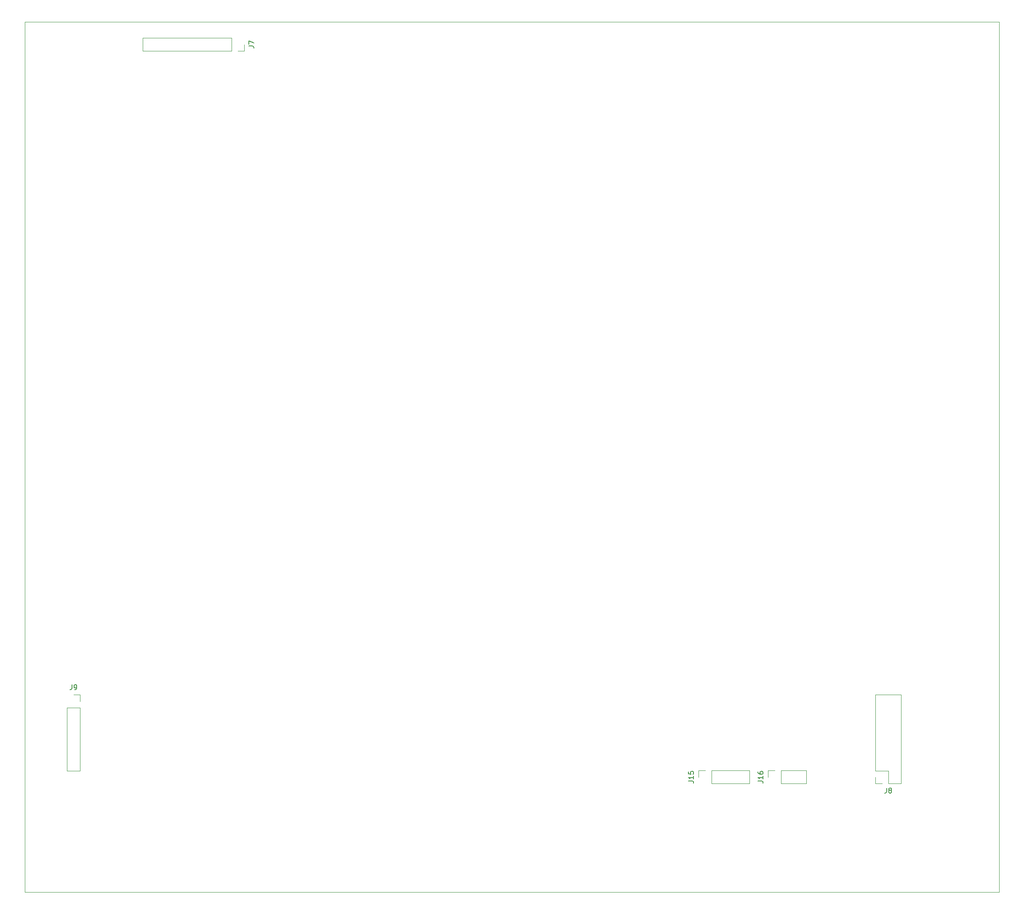
<source format=gbr>
%TF.GenerationSoftware,KiCad,Pcbnew,5.1.10-88a1d61d58~90~ubuntu20.04.1*%
%TF.CreationDate,2021-09-22T19:35:29-04:00*%
%TF.ProjectId,ysFFB,79734646-422e-46b6-9963-61645f706362,rev?*%
%TF.SameCoordinates,Original*%
%TF.FileFunction,Legend,Top*%
%TF.FilePolarity,Positive*%
%FSLAX46Y46*%
G04 Gerber Fmt 4.6, Leading zero omitted, Abs format (unit mm)*
G04 Created by KiCad (PCBNEW 5.1.10-88a1d61d58~90~ubuntu20.04.1) date 2021-09-22 19:35:29*
%MOMM*%
%LPD*%
G01*
G04 APERTURE LIST*
%TA.AperFunction,Profile*%
%ADD10C,0.100000*%
%TD*%
%ADD11C,0.120000*%
%ADD12C,0.150000*%
G04 APERTURE END LIST*
D10*
X-5200000Y-32000000D02*
X-5200000Y-207000000D01*
X-201200000Y-32000000D02*
X-5200000Y-32000000D01*
X-5200000Y-207000000D02*
X-201200000Y-207000000D01*
X-201200000Y-207000000D02*
X-201200000Y-32000000D01*
D11*
%TO.C,J16*%
X-49130000Y-185200000D02*
X-49130000Y-182540000D01*
X-49130000Y-185200000D02*
X-43990000Y-185200000D01*
X-43990000Y-185200000D02*
X-43990000Y-182540000D01*
X-49130000Y-182540000D02*
X-43990000Y-182540000D01*
X-51730000Y-182540000D02*
X-50400000Y-182540000D01*
X-51730000Y-183870000D02*
X-51730000Y-182540000D01*
%TO.C,J15*%
X-63100000Y-185200000D02*
X-63100000Y-182540000D01*
X-63100000Y-185200000D02*
X-55420000Y-185200000D01*
X-55420000Y-185200000D02*
X-55420000Y-182540000D01*
X-63100000Y-182540000D02*
X-55420000Y-182540000D01*
X-65700000Y-182540000D02*
X-64370000Y-182540000D01*
X-65700000Y-183870000D02*
X-65700000Y-182540000D01*
%TO.C,J7*%
X-159620000Y-35220000D02*
X-159620000Y-37880000D01*
X-159620000Y-35220000D02*
X-177460000Y-35220000D01*
X-177460000Y-35220000D02*
X-177460000Y-37880000D01*
X-159620000Y-37880000D02*
X-177460000Y-37880000D01*
X-157020000Y-37880000D02*
X-158350000Y-37880000D01*
X-157020000Y-36550000D02*
X-157020000Y-37880000D01*
%TO.C,J9*%
X-192700000Y-169900000D02*
X-190040000Y-169900000D01*
X-192700000Y-169900000D02*
X-192700000Y-182660000D01*
X-192700000Y-182660000D02*
X-190040000Y-182660000D01*
X-190040000Y-169900000D02*
X-190040000Y-182660000D01*
X-190040000Y-167300000D02*
X-190040000Y-168630000D01*
X-191370000Y-167300000D02*
X-190040000Y-167300000D01*
%TO.C,J8*%
X-24940000Y-185200000D02*
X-27540000Y-185200000D01*
X-24940000Y-185200000D02*
X-24940000Y-167300000D01*
X-24940000Y-167300000D02*
X-30140000Y-167300000D01*
X-30140000Y-182600000D02*
X-30140000Y-167300000D01*
X-27540000Y-182600000D02*
X-30140000Y-182600000D01*
X-27540000Y-185200000D02*
X-27540000Y-182600000D01*
X-30140000Y-185200000D02*
X-30140000Y-183870000D01*
X-28810000Y-185200000D02*
X-30140000Y-185200000D01*
%TD*%
%TO.C,J16*%
D12*
X-53717619Y-184679523D02*
X-53003333Y-184679523D01*
X-52860476Y-184727142D01*
X-52765238Y-184822380D01*
X-52717619Y-184965238D01*
X-52717619Y-185060476D01*
X-52717619Y-183679523D02*
X-52717619Y-184250952D01*
X-52717619Y-183965238D02*
X-53717619Y-183965238D01*
X-53574761Y-184060476D01*
X-53479523Y-184155714D01*
X-53431904Y-184250952D01*
X-53717619Y-182822380D02*
X-53717619Y-183012857D01*
X-53670000Y-183108095D01*
X-53622380Y-183155714D01*
X-53479523Y-183250952D01*
X-53289047Y-183298571D01*
X-52908095Y-183298571D01*
X-52812857Y-183250952D01*
X-52765238Y-183203333D01*
X-52717619Y-183108095D01*
X-52717619Y-182917619D01*
X-52765238Y-182822380D01*
X-52812857Y-182774761D01*
X-52908095Y-182727142D01*
X-53146190Y-182727142D01*
X-53241428Y-182774761D01*
X-53289047Y-182822380D01*
X-53336666Y-182917619D01*
X-53336666Y-183108095D01*
X-53289047Y-183203333D01*
X-53241428Y-183250952D01*
X-53146190Y-183298571D01*
%TO.C,J15*%
X-67687619Y-184679523D02*
X-66973333Y-184679523D01*
X-66830476Y-184727142D01*
X-66735238Y-184822380D01*
X-66687619Y-184965238D01*
X-66687619Y-185060476D01*
X-66687619Y-183679523D02*
X-66687619Y-184250952D01*
X-66687619Y-183965238D02*
X-67687619Y-183965238D01*
X-67544761Y-184060476D01*
X-67449523Y-184155714D01*
X-67401904Y-184250952D01*
X-67687619Y-182774761D02*
X-67687619Y-183250952D01*
X-67211428Y-183298571D01*
X-67259047Y-183250952D01*
X-67306666Y-183155714D01*
X-67306666Y-182917619D01*
X-67259047Y-182822380D01*
X-67211428Y-182774761D01*
X-67116190Y-182727142D01*
X-66878095Y-182727142D01*
X-66782857Y-182774761D01*
X-66735238Y-182822380D01*
X-66687619Y-182917619D01*
X-66687619Y-183155714D01*
X-66735238Y-183250952D01*
X-66782857Y-183298571D01*
%TO.C,J7*%
X-156127619Y-36883333D02*
X-155413333Y-36883333D01*
X-155270476Y-36930952D01*
X-155175238Y-37026190D01*
X-155127619Y-37169047D01*
X-155127619Y-37264285D01*
X-156127619Y-36502380D02*
X-156127619Y-35835714D01*
X-155127619Y-36264285D01*
%TO.C,J9*%
X-191703333Y-165312380D02*
X-191703333Y-166026666D01*
X-191750952Y-166169523D01*
X-191846190Y-166264761D01*
X-191989047Y-166312380D01*
X-192084285Y-166312380D01*
X-191179523Y-166312380D02*
X-190989047Y-166312380D01*
X-190893809Y-166264761D01*
X-190846190Y-166217142D01*
X-190750952Y-166074285D01*
X-190703333Y-165883809D01*
X-190703333Y-165502857D01*
X-190750952Y-165407619D01*
X-190798571Y-165360000D01*
X-190893809Y-165312380D01*
X-191084285Y-165312380D01*
X-191179523Y-165360000D01*
X-191227142Y-165407619D01*
X-191274761Y-165502857D01*
X-191274761Y-165740952D01*
X-191227142Y-165836190D01*
X-191179523Y-165883809D01*
X-191084285Y-165931428D01*
X-190893809Y-165931428D01*
X-190798571Y-165883809D01*
X-190750952Y-165836190D01*
X-190703333Y-165740952D01*
%TO.C,J8*%
X-27873333Y-186092380D02*
X-27873333Y-186806666D01*
X-27920952Y-186949523D01*
X-28016190Y-187044761D01*
X-28159047Y-187092380D01*
X-28254285Y-187092380D01*
X-27254285Y-186520952D02*
X-27349523Y-186473333D01*
X-27397142Y-186425714D01*
X-27444761Y-186330476D01*
X-27444761Y-186282857D01*
X-27397142Y-186187619D01*
X-27349523Y-186140000D01*
X-27254285Y-186092380D01*
X-27063809Y-186092380D01*
X-26968571Y-186140000D01*
X-26920952Y-186187619D01*
X-26873333Y-186282857D01*
X-26873333Y-186330476D01*
X-26920952Y-186425714D01*
X-26968571Y-186473333D01*
X-27063809Y-186520952D01*
X-27254285Y-186520952D01*
X-27349523Y-186568571D01*
X-27397142Y-186616190D01*
X-27444761Y-186711428D01*
X-27444761Y-186901904D01*
X-27397142Y-186997142D01*
X-27349523Y-187044761D01*
X-27254285Y-187092380D01*
X-27063809Y-187092380D01*
X-26968571Y-187044761D01*
X-26920952Y-186997142D01*
X-26873333Y-186901904D01*
X-26873333Y-186711428D01*
X-26920952Y-186616190D01*
X-26968571Y-186568571D01*
X-27063809Y-186520952D01*
%TD*%
M02*

</source>
